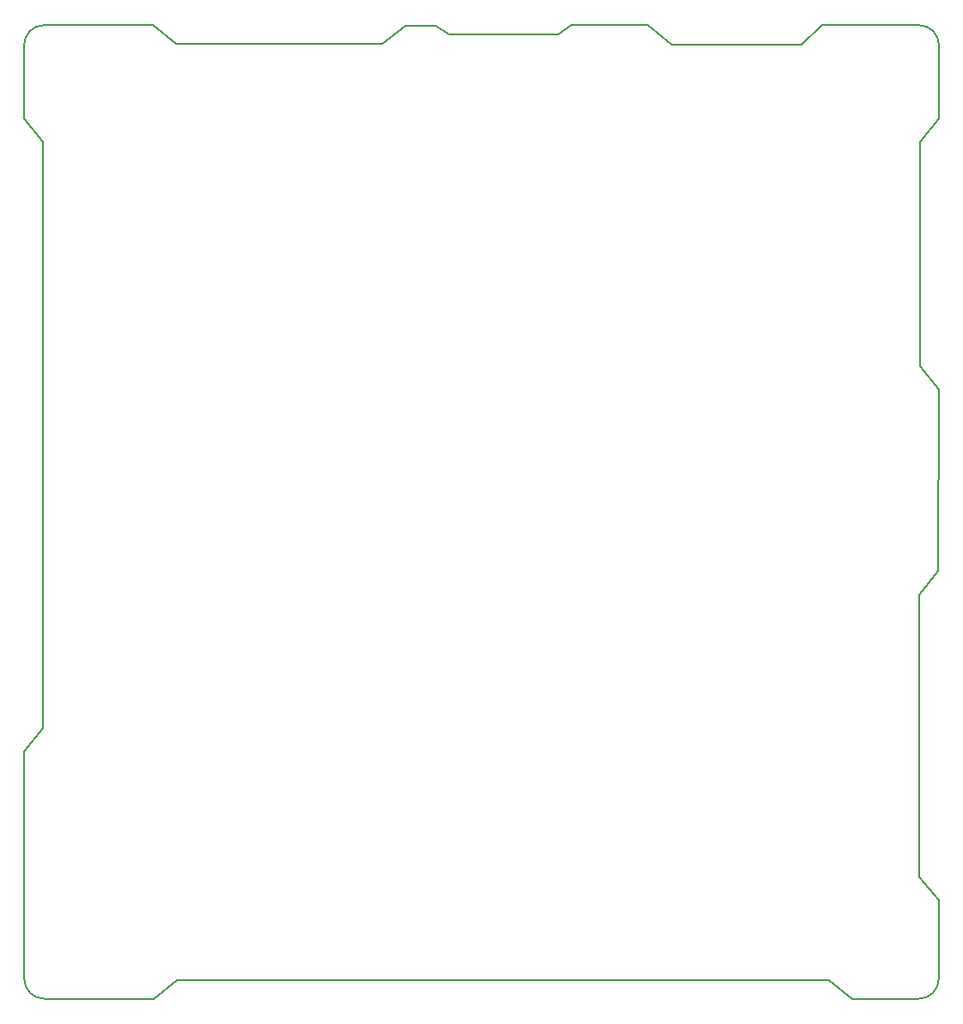
<source format=gm1>
%TF.GenerationSoftware,KiCad,Pcbnew,9.0.1*%
%TF.CreationDate,2025-04-05T21:23:24-07:00*%
%TF.ProjectId,mainboard,6d61696e-626f-4617-9264-2e6b69636164,6.4*%
%TF.SameCoordinates,Original*%
%TF.FileFunction,Profile,NP*%
%FSLAX46Y46*%
G04 Gerber Fmt 4.6, Leading zero omitted, Abs format (unit mm)*
G04 Created by KiCad (PCBNEW 9.0.1) date 2025-04-05 21:23:24*
%MOMM*%
%LPD*%
G01*
G04 APERTURE LIST*
%TA.AperFunction,Profile*%
%ADD10C,0.150000*%
%TD*%
G04 APERTURE END LIST*
D10*
X98336100Y-54489100D02*
G75*
G02*
X100336100Y-52489100I2000000J0D01*
G01*
X100336100Y-148374100D02*
G75*
G02*
X98336100Y-146374100I0J2000000D01*
G01*
X188506100Y-146374100D02*
G75*
G02*
X186506100Y-148374100I-2000000J0D01*
G01*
X152276100Y-52499096D02*
X151006100Y-53388096D01*
X140211100Y-53388096D02*
X138931103Y-52527200D01*
X111001600Y-52490200D02*
X100336100Y-52489100D01*
X186506100Y-52489100D02*
G75*
G02*
X188506100Y-54489100I0J-2000000D01*
G01*
X159831600Y-52499096D02*
X152276100Y-52499096D01*
X98300200Y-124048400D02*
X98336100Y-146374100D01*
X151006100Y-53388096D02*
X140211100Y-53388096D01*
X113436400Y-146507200D02*
X111099600Y-148386800D01*
X188506100Y-54489100D02*
X188518800Y-61671200D01*
X188518800Y-88392000D02*
X188442600Y-106273600D01*
X188518800Y-138684000D02*
X188506100Y-146374100D01*
X186506100Y-148374100D02*
X179984400Y-148374100D01*
X111099600Y-148386800D02*
X100336100Y-148374100D01*
X100179800Y-121711600D02*
X100230000Y-64008000D01*
X175000000Y-54389800D02*
X177000000Y-52489100D01*
X113338400Y-54369800D02*
X133604000Y-54369800D01*
X177628300Y-146507200D02*
X113436400Y-146507200D01*
X98336100Y-54489100D02*
X98330200Y-61671200D01*
X138931103Y-52527200D02*
X135940800Y-52527200D01*
X186563000Y-108610400D02*
X188442600Y-106273600D01*
X162168400Y-54389800D02*
X159831600Y-52499096D01*
X100230000Y-64008000D02*
X98330200Y-61671200D01*
X133604000Y-54369800D02*
X135940800Y-52527200D01*
X186588400Y-136347200D02*
X188518800Y-138684000D01*
X186639200Y-64008000D02*
X188518800Y-61671200D01*
X100179800Y-121711600D02*
X98300200Y-124048400D01*
X113338400Y-54369800D02*
X111001600Y-52490200D01*
X186639200Y-64008000D02*
X186639200Y-86055200D01*
X177628300Y-146507200D02*
X179984400Y-148374100D01*
X186506100Y-52489100D02*
X177000000Y-52489100D01*
X162168400Y-54389800D02*
X175000000Y-54389800D01*
X186563000Y-108610400D02*
X186588400Y-136347200D01*
X186639200Y-86055200D02*
X188518800Y-88392000D01*
M02*

</source>
